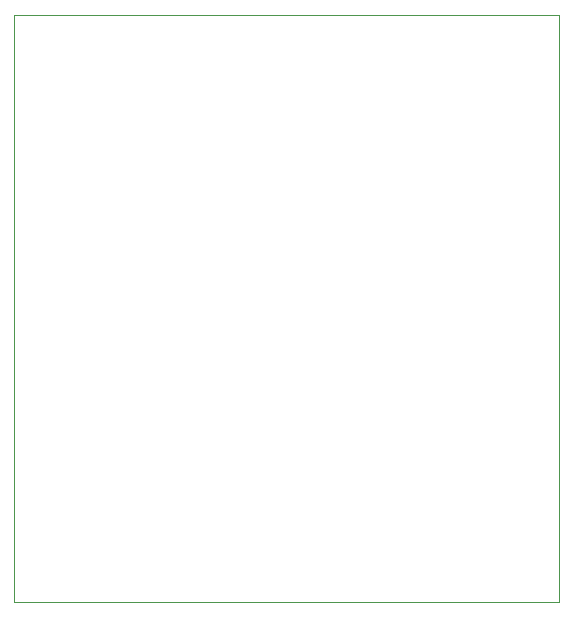
<source format=gbr>
G04 (created by PCBNEW (2013-07-07 BZR 4022)-stable) date 24/06/2015 00:02:37*
%MOIN*%
G04 Gerber Fmt 3.4, Leading zero omitted, Abs format*
%FSLAX34Y34*%
G01*
G70*
G90*
G04 APERTURE LIST*
%ADD10C,0.00590551*%
%ADD11C,0.00393701*%
G04 APERTURE END LIST*
G54D10*
G54D11*
X90393Y-55393D02*
X72244Y-55393D01*
X90393Y-74960D02*
X90393Y-55393D01*
X72244Y-74960D02*
X90393Y-74960D01*
X72244Y-55393D02*
X72244Y-74960D01*
M02*

</source>
